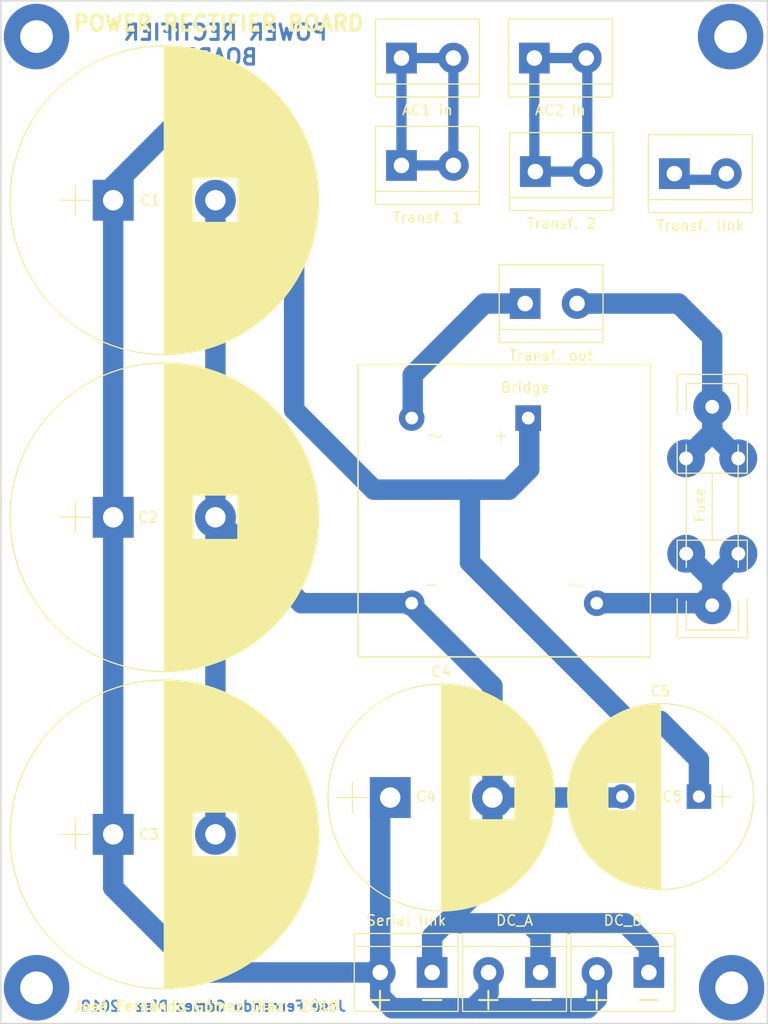
<source format=kicad_pcb>
(kicad_pcb (version 4) (host pcbnew 4.0.7)
  (layers (0 F.Cu signal) (31 B.Cu signal) (34 B.Paste user) (35 F.Paste user) (36 B.SilkS user) (37 F.SilkS user) (38 B.Mask user) (39 F.Mask user) (44 Edge.Cuts user))
  (net 0 "")
  (net 1 "Net-(C1-Pad1)")
  (net 2 "Net-(C1-Pad2)")
  (net 3 "Net-(D1-Pad4)")
  (net 4 "Net-(D1-Pad2)")
  (net 5 "Net-(F1-Pad2)")
  (net 6 "Net-(J1-Pad1)")
  (net 7 "Net-(J2-Pad1)")
  (net 8 "Net-(J5-Pad1)")
  (module Mounting_Holes:MountingHole_3.2mm_M3_Pad (layer F.Cu) (at 123.5 131.5)
    (fp_text reference REF** hide)
    (fp_text value MountingHole_3.2mm_M3_Pad hide)
    (pad 1 thru_hole circle (at 0 0) (size 6.4 6.4) (drill 3.2) (layers *.Cu *.Mask))
  )
  (module Mounting_Holes:MountingHole_3.2mm_M3_Pad (layer F.Cu) (at 191.5 131.5)
    (fp_text reference REF** hide)
    (fp_text value MountingHole_3.2mm_M3_Pad hide)
    (pad 1 thru_hole circle (at 0 0) (size 6.4 6.4) (drill 3.2) (layers *.Cu *.Mask))
  )
  (module Mounting_Holes:MountingHole_3.2mm_M3_Pad (layer F.Cu) (at 191.4 38.5)
    (fp_text reference " Ref**" hide)
    (fp_text value MountingHole_3.2mm_M3_Pad hide)
    (pad 1 thru_hole circle (at 0 0) (size 6.4 6.4) (drill 3.2) (layers *.Cu *.Mask))
  )
  (module Mounting_Holes:MountingHole_3.2mm_M3_Pad (layer F.Cu) (at 123.5 38.5)
    (fp_text reference REF** hide)
    (fp_text value MountingHole_3.2mm_M3_Pad hide)
    (pad 1 thru_hole circle (at 0 0) (size 6.4 6.4) (drill 3.2) (layers *.Cu *.Mask))
  )
  (module custom_bridges:bridge_kbpc_3506 (layer F.Cu) (at 178.3 93.9 180)
    (fp_text reference D1 hide)
    (fp_text value Bridge (at 7 21.1 180) (layer F.SilkS))
    (pad 4 thru_hole circle (at 0 0 180) (size 2.5 2.5) (drill 1.25) (layers *.Cu *.Mask) (net 3 "Net-(D1-Pad4)"))
    (pad 2 thru_hole circle (at 18.1 18.1 180) (size 2.5 2.5) (drill 1.25) (layers *.Cu *.Mask) (net 4 "Net-(D1-Pad2)"))
    (pad 1 thru_hole rect (at 6.7 18.1 180) (size 2.5 2.5) (drill 1.25) (layers *.Cu *.Mask) (net 1 "Net-(C1-Pad1)"))
    (pad 3 thru_hole circle (at 18.1 0 180) (size 2.5 2.5) (drill 1.25) (layers *.Cu *.Mask) (net 2 "Net-(C1-Pad2)"))
  )
  (module Capacitors_THT:CP_Radial_D30.0mm_P10.00mm_SnapIn (layer F.Cu) (at 131 54.5)
    (fp_text reference C1 hide)
    (fp_text value CP hide)
    (fp_text user %R (at 3.6 0) (layer F.SilkS))
    (pad 1 thru_hole rect (at 0 0) (size 4 4) (drill 2) (layers *.Cu *.Mask) (net 1 "Net-(C1-Pad1)"))
    (pad 2 thru_hole circle (at 10 0) (size 4 4) (drill 2) (layers *.Cu *.Mask) (net 2 "Net-(C1-Pad2)"))
  )
  (module Capacitors_THT:CP_Radial_D30.0mm_P10.00mm_SnapIn (layer F.Cu) (at 131 85.5)
    (fp_text reference C2 hide)
    (fp_text value CP hide)
    (fp_text user %R (at 3.4 0) (layer F.SilkS))
    (pad 1 thru_hole rect (at 0 0) (size 4 4) (drill 2) (layers *.Cu *.Mask) (net 1 "Net-(C1-Pad1)"))
    (pad 2 thru_hole circle (at 10 0) (size 4 4) (drill 2) (layers *.Cu *.Mask) (net 2 "Net-(C1-Pad2)"))
  )
  (module Capacitors_THT:CP_Radial_D30.0mm_P10.00mm_SnapIn (layer F.Cu) (at 131 116.5)
    (fp_text reference C3 hide)
    (fp_text value CP hide)
    (fp_text user %R (at 3.5 0) (layer F.SilkS))
    (pad 1 thru_hole rect (at 0 0) (size 4 4) (drill 2) (layers *.Cu *.Mask) (net 1 "Net-(C1-Pad1)"))
    (pad 2 thru_hole circle (at 10 0) (size 4 4) (drill 2) (layers *.Cu *.Mask) (net 2 "Net-(C1-Pad2)"))
  )
  (module Capacitors_THT:CP_Radial_D22.0mm_P10.00mm_SnapIn (layer F.Cu) (at 158.1 112.9)
    (fp_text reference C4 (at 5 -12.31) (layer F.SilkS))
    (fp_text value CP hide)
    (fp_text user %R (at 3.5 -0.1) (layer F.SilkS))
    (pad 1 thru_hole rect (at 0 0) (size 4 4) (drill 2) (layers *.Cu *.Mask) (net 1 "Net-(C1-Pad1)"))
    (pad 2 thru_hole circle (at 10 0) (size 4 4) (drill 2) (layers *.Cu *.Mask) (net 2 "Net-(C1-Pad2)"))
  )
  (module Capacitors_THT:CP_Radial_D18.0mm_P7.50mm (layer F.Cu) (at 188.3 112.8 180)
    (fp_text reference C5 (at 3.8 10.3 180) (layer F.SilkS))
    (fp_text value CP hide)
    (fp_text user %R (at 2.6 0 180) (layer F.SilkS))
    (pad 1 thru_hole rect (at 0 0 180) (size 2.4 2.4) (drill 1.2) (layers *.Cu *.Mask) (net 1 "Net-(C1-Pad1)"))
    (pad 2 thru_hole circle (at 7.5 0 180) (size 2.4 2.4) (drill 1.2) (layers *.Cu *.Mask) (net 2 "Net-(C1-Pad2)"))
  )
  (module TerminalBlock:TerminalBlock_bornier-2_P5.08mm (layer F.Cu) (at 159.2 40.6)
    (fp_text reference J1 hide)
    (fp_text value "AC1 in" (at 2.54 5.08) (layer F.SilkS))
    (pad 1 thru_hole rect (at 0 0) (size 3 3) (drill 1.52) (layers *.Cu *.Mask) (net 6 "Net-(J1-Pad1)"))
    (pad 2 thru_hole circle (at 5.08 0) (size 3 3) (drill 1.52) (layers *.Cu *.Mask) (net 6 "Net-(J1-Pad1)"))
  )
  (module TerminalBlock:TerminalBlock_bornier-2_P5.08mm (layer F.Cu) (at 172.2 40.6)
    (fp_text reference J2 hide)
    (fp_text value "AC2 in" (at 2.54 5.08) (layer F.SilkS))
    (pad 1 thru_hole rect (at 0 0) (size 3 3) (drill 1.52) (layers *.Cu *.Mask) (net 7 "Net-(J2-Pad1)"))
    (pad 2 thru_hole circle (at 5.08 0) (size 3 3) (drill 1.52) (layers *.Cu *.Mask) (net 7 "Net-(J2-Pad1)"))
  )
  (module TerminalBlock:TerminalBlock_bornier-2_P5.08mm (layer F.Cu) (at 159.2 51.1)
    (fp_text reference J3 hide)
    (fp_text value "Transf. 1" (at 2.54 5.08) (layer F.SilkS))
    (pad 1 thru_hole rect (at 0 0) (size 3 3) (drill 1.52) (layers *.Cu *.Mask) (net 6 "Net-(J1-Pad1)"))
    (pad 2 thru_hole circle (at 5.08 0) (size 3 3) (drill 1.52) (layers *.Cu *.Mask) (net 6 "Net-(J1-Pad1)"))
  )
  (module TerminalBlock:TerminalBlock_bornier-2_P5.08mm (layer F.Cu) (at 172.3 51.7)
    (fp_text reference J4 hide)
    (fp_text value "Transf. 2" (at 2.54 5.08) (layer F.SilkS))
    (pad 1 thru_hole rect (at 0 0) (size 3 3) (drill 1.52) (layers *.Cu *.Mask) (net 7 "Net-(J2-Pad1)"))
    (pad 2 thru_hole circle (at 5.08 0) (size 3 3) (drill 1.52) (layers *.Cu *.Mask) (net 7 "Net-(J2-Pad1)"))
  )
  (module TerminalBlock:TerminalBlock_bornier-2_P5.08mm (layer F.Cu) (at 185.9 51.9)
    (fp_text reference J5 hide)
    (fp_text value "Transf. link" (at 2.54 5.08) (layer F.SilkS))
    (pad 1 thru_hole rect (at 0 0) (size 3 3) (drill 1.52) (layers *.Cu *.Mask) (net 8 "Net-(J5-Pad1)"))
    (pad 2 thru_hole circle (at 5.08 0) (size 3 3) (drill 1.52) (layers *.Cu *.Mask) (net 8 "Net-(J5-Pad1)"))
  )
  (module TerminalBlock:TerminalBlock_bornier-2_P5.08mm (layer F.Cu) (at 171.3 64.6)
    (fp_text reference J6 hide)
    (fp_text value "Transf. out" (at 2.54 5.08) (layer F.SilkS))
    (pad 1 thru_hole rect (at 0 0) (size 3 3) (drill 1.52) (layers *.Cu *.Mask) (net 4 "Net-(D1-Pad2)"))
    (pad 2 thru_hole circle (at 5.08 0) (size 3 3) (drill 1.52) (layers *.Cu *.Mask) (net 5 "Net-(F1-Pad2)"))
  )
  (module TerminalBlock:TerminalBlock_bornier-2_P5.08mm (layer F.Cu) (at 162.2 130 180)
    (fp_text reference J7 hide)
    (fp_text value "Serial link" (at 2.54 5.08 180) (layer F.SilkS))
    (pad 1 thru_hole rect (at 0 0 180) (size 3 3) (drill 1.52) (layers *.Cu *.Mask) (net 2 "Net-(C1-Pad2)"))
    (pad 2 thru_hole circle (at 5.08 0 180) (size 3 3) (drill 1.52) (layers *.Cu *.Mask) (net 1 "Net-(C1-Pad1)"))
  )
  (module TerminalBlock:TerminalBlock_bornier-2_P5.08mm (layer F.Cu) (at 172.8 130 180)
    (fp_text reference J8 hide)
    (fp_text value DC_A (at 2.54 5.08 180) (layer F.SilkS))
    (pad 1 thru_hole rect (at 0 0 180) (size 3 3) (drill 1.52) (layers *.Cu *.Mask) (net 2 "Net-(C1-Pad2)"))
    (pad 2 thru_hole circle (at 5.08 0 180) (size 3 3) (drill 1.52) (layers *.Cu *.Mask) (net 1 "Net-(C1-Pad1)"))
  )
  (module TerminalBlock:TerminalBlock_bornier-2_P5.08mm (layer F.Cu) (at 183.4 130 180)
    (fp_text reference J9 hide)
    (fp_text value DC_B (at 2.54 5.08 180) (layer F.SilkS))
    (pad 1 thru_hole rect (at 0 0 180) (size 3 3) (drill 1.52) (layers *.Cu *.Mask) (net 2 "Net-(C1-Pad2)"))
    (pad 2 thru_hole circle (at 5.08 0 180) (size 3 3) (drill 1.52) (layers *.Cu *.Mask) (net 1 "Net-(C1-Pad1)"))
  )
  (module fuseholder:Fuseholder5x20_horiz_open_universal_RSP (layer F.Cu) (at 189.6 94.6 90)
    (fp_text reference F1 hide)
    (fp_text value Fuse (at 10.3 -1.2 90) (layer F.SilkS))
    (pad 2 thru_hole circle (at 19.9 0 90) (size 3.7 3.7) (drill 1.35) (layers *.Cu *.Mask) (net 5 "Net-(F1-Pad2)"))
    (pad 1 thru_hole circle (at 0.5 0 90) (size 3.7 3.7) (drill 1.35) (layers *.Cu *.Mask) (net 3 "Net-(D1-Pad4)"))
    (pad 2 thru_hole circle (at 14.86 -2.56 90) (size 3.7 3.7) (drill 1.35) (layers *.Cu *.Mask) (net 5 "Net-(F1-Pad2)"))
    (pad 2 thru_hole circle (at 14.86 2.55 90) (size 3.7 3.7) (drill 1.35) (layers *.Cu *.Mask) (net 5 "Net-(F1-Pad2)"))
    (pad 1 thru_hole circle (at 5.54 -2.54 90) (size 3.7 3.7) (drill 1.35) (layers *.Cu *.Mask) (net 3 "Net-(D1-Pad4)"))
    (pad 1 thru_hole circle (at 5.54 2.56 90) (size 3.7 3.7) (drill 1.35) (layers *.Cu *.Mask) (net 3 "Net-(D1-Pad4)"))
  )
  (gr_line (start 182.5 132.7) (end 184.3 132.7) (angle 90) (layer F.SilkS) (width 0.2))
  (gr_line (start 172 132.7) (end 173.8 132.7) (angle 90) (layer F.SilkS) (width 0.2))
  (gr_line (start 161.3 132.7) (end 163.1 132.7) (angle 90) (layer F.SilkS) (width 0.2))
  (gr_line (start 177.4 132.7) (end 179.2 132.7) (angle 90) (layer F.SilkS) (width 0.2))
  (gr_line (start 178.3 131.8) (end 178.3 133.6) (angle 90) (layer F.SilkS) (width 0.2))
  (gr_line (start 167.7 131.8) (end 167.7 133.6) (angle 90) (layer F.SilkS) (width 0.2))
  (gr_line (start 166.8 132.7) (end 168.6 132.7) (angle 90) (layer F.SilkS) (width 0.2))
  (gr_line (start 156.2 132.7) (end 158 132.7) (angle 90) (layer F.SilkS) (width 0.2))
  (gr_line (start 157.1 131.8) (end 157.1 133.6) (angle 90) (layer F.SilkS) (width 0.2))
  (gr_text "POWER RECTIFIER \nBOARD" (at 141.4 39.3) (layer B.Cu) (effects (font (size 1.5 1.5) (thickness 0.3)) (justify mirror)))
  (gr_text "José Fernando Gómez Díaz  2018" (at 140.8 133.3) (layer B.Cu) (effects (font (size 1 1) (thickness 0.2)) (justify mirror)))
  (gr_text "José Fernando Gómez Díaz  2018" (at 140.1 133.3) (layer F.SilkS) (effects (font (size 1 1) (thickness 0.2))))
  (gr_text "POWER RECTIFIER BOARD" (at 141.3 37.2) (layer F.SilkS) (effects (font (size 1.5 1.5) (thickness 0.3))))
  (gr_line (start 195 35) (end 120 35) (angle 90) (layer Edge.Cuts) (width 0.15))
  (gr_line (start 195 135) (end 195 35) (angle 90) (layer Edge.Cuts) (width 0.15))
  (gr_line (start 120 35) (end 120 135) (angle 90) (layer Edge.Cuts) (width 0.15))
  (gr_line (start 120 135) (end 195 135) (angle 90) (layer Edge.Cuts) (width 0.15))
  (segment (start 167.72 130) (end 167.72 131.98) (width 2) (layer B.Cu) (net 1))
  (segment (start 167.72 131.98) (end 166.2 133.5) (width 2) (layer B.Cu) (net 1))
  (segment (start 167.9 130.18) (end 167.72 130) (width 2) (layer B.Cu) (net 1))
  (segment (start 157.12 130) (end 157.12 132.32) (width 2) (layer B.Cu) (net 1))
  (segment (start 157.12 132.32) (end 158.3 133.5) (width 2) (layer B.Cu) (net 1))
  (segment (start 158.3 133.5) (end 166.2 133.5) (width 2) (layer B.Cu) (net 1))
  (segment (start 178.32 132.58) (end 178.32 130) (width 2) (layer B.Cu) (net 1))
  (segment (start 167.9 133.5) (end 177.4 133.5) (width 2) (layer B.Cu) (net 1))
  (segment (start 166.2 133.5) (end 167.9 133.5) (width 2) (layer B.Cu) (net 1))
  (segment (start 177.4 133.5) (end 178.32 132.58) (width 2) (layer B.Cu) (net 1))
  (segment (start 157.12 130) (end 157.12 113.88) (width 2) (layer B.Cu) (net 1))
  (segment (start 157.12 113.88) (end 158.1 112.9) (width 2) (layer B.Cu) (net 1))
  (segment (start 131 116.5) (end 131 85.5) (width 2) (layer B.Cu) (net 1))
  (segment (start 157.12 130) (end 139.3 130) (width 2) (layer B.Cu) (net 1))
  (segment (start 131 121.7) (end 131 116.5) (width 2) (layer B.Cu) (net 1))
  (segment (start 139.3 130) (end 131 121.7) (width 2) (layer B.Cu) (net 1))
  (segment (start 165.9 82.8) (end 165.9 89.9) (width 2) (layer B.Cu) (net 1))
  (segment (start 188.3 109.2) (end 188.3 112.8) (width 2) (layer B.Cu) (net 1))
  (segment (start 184.5 105.4) (end 188.3 109.2) (width 2) (layer B.Cu) (net 1))
  (segment (start 181.4 105.4) (end 184.5 105.4) (width 2) (layer B.Cu) (net 1))
  (segment (start 165.9 89.9) (end 181.4 105.4) (width 2) (layer B.Cu) (net 1))
  (segment (start 131 54.5) (end 131 53.1) (width 2) (layer B.Cu) (net 1))
  (segment (start 171.7 80.8) (end 171.7 75.8) (width 2) (layer B.Cu) (net 1))
  (segment (start 169.7 82.8) (end 171.7 80.8) (width 2) (layer B.Cu) (net 1))
  (segment (start 156.5 82.8) (end 165.9 82.8) (width 2) (layer B.Cu) (net 1))
  (segment (start 165.9 82.8) (end 169.7 82.8) (width 2) (layer B.Cu) (net 1))
  (segment (start 148.7 75) (end 156.5 82.8) (width 2) (layer B.Cu) (net 1))
  (segment (start 148.7 52.7) (end 148.7 75) (width 2) (layer B.Cu) (net 1))
  (segment (start 143.4 47.4) (end 148.7 52.7) (width 2) (layer B.Cu) (net 1))
  (segment (start 136.7 47.4) (end 143.4 47.4) (width 2) (layer B.Cu) (net 1))
  (segment (start 131 53.1) (end 136.7 47.4) (width 2) (layer B.Cu) (net 1))
  (segment (start 158.1 112.9) (end 158.1 113.8) (width 2) (layer B.Cu) (net 1))
  (segment (start 131 54.5) (end 131 85.5) (width 2) (layer B.Cu) (net 1))
  (segment (start 168.1 112.9) (end 168.1 120.6) (width 2) (layer B.Cu) (net 2))
  (segment (start 168.1 120.6) (end 162.2 126.5) (width 2) (layer B.Cu) (net 2))
  (segment (start 171.7 125.2) (end 181.1 125.2) (width 2) (layer B.Cu) (net 2))
  (segment (start 183.4 127.5) (end 183.4 130) (width 2) (layer B.Cu) (net 2))
  (segment (start 181.1 125.2) (end 183.4 127.5) (width 2) (layer B.Cu) (net 2))
  (segment (start 162.2 130) (end 162.2 126.5) (width 2) (layer B.Cu) (net 2))
  (segment (start 172.8 126.3) (end 172.8 130) (width 2) (layer B.Cu) (net 2))
  (segment (start 171.7 125.2) (end 172.8 126.3) (width 2) (layer B.Cu) (net 2))
  (segment (start 163.5 125.2) (end 171.7 125.2) (width 2) (layer B.Cu) (net 2))
  (segment (start 162.2 126.5) (end 163.5 125.2) (width 2) (layer B.Cu) (net 2))
  (segment (start 160.3 93.9) (end 149.4 93.9) (width 2) (layer B.Cu) (net 2))
  (segment (start 149.4 93.9) (end 141 85.5) (width 2) (layer B.Cu) (net 2))
  (segment (start 160.3 93.9) (end 160 93.9) (width 2) (layer B.Cu) (net 2))
  (segment (start 168.1 102) (end 168.1 112.9) (width 2) (layer B.Cu) (net 2))
  (segment (start 160 93.9) (end 168.1 102) (width 2) (layer B.Cu) (net 2))
  (segment (start 141 85.5) (end 141 116.5) (width 2) (layer B.Cu) (net 2))
  (segment (start 141 54.5) (end 141 85.5) (width 2) (layer B.Cu) (net 2))
  (segment (start 168.1 112.9) (end 180.7 112.9) (width 2) (layer B.Cu) (net 2))
  (segment (start 180.7 112.9) (end 180.8 112.8) (width 2) (layer B.Cu) (net 2))
  (segment (start 178.4 93.9) (end 189.4 93.9) (width 2) (layer B.Cu) (net 3))
  (segment (start 189.4 93.9) (end 189.6 94.1) (width 2) (layer B.Cu) (net 3))
  (segment (start 189.6 94.1) (end 189.6 91.62) (width 2) (layer B.Cu) (net 3))
  (segment (start 189.6 91.62) (end 192.16 89.06) (width 2) (layer B.Cu) (net 3))
  (segment (start 189.6 94.1) (end 189.6 91.6) (width 2) (layer B.Cu) (net 3))
  (segment (start 189.6 91.6) (end 187.06 89.06) (width 2) (layer B.Cu) (net 3))
  (segment (start 171.3 64.6) (end 167.3 64.6) (width 2) (layer B.Cu) (net 4))
  (segment (start 160.3 71.6) (end 160.3 75.8) (width 2) (layer B.Cu) (net 4))
  (segment (start 167.3 64.6) (end 160.3 71.6) (width 2) (layer B.Cu) (net 4))
  (segment (start 189.6 74.7) (end 189.6 77.19) (width 2) (layer B.Cu) (net 5))
  (segment (start 189.6 77.19) (end 192.15 79.74) (width 2) (layer B.Cu) (net 5))
  (segment (start 189.6 74.7) (end 189.6 77.18) (width 2) (layer B.Cu) (net 5))
  (segment (start 189.6 77.18) (end 187.04 79.74) (width 2) (layer B.Cu) (net 5))
  (segment (start 176.38 64.6) (end 186.3 64.6) (width 2) (layer B.Cu) (net 5))
  (segment (start 189.6 67.9) (end 189.6 74.7) (width 2) (layer B.Cu) (net 5))
  (segment (start 186.3 64.6) (end 189.6 67.9) (width 2) (layer B.Cu) (net 5))
  (segment (start 164.28 51.1) (end 164.28 40.6) (width 1) (layer B.Cu) (net 6))
  (segment (start 159.2 40.6) (end 159.2 51.1) (width 1) (layer B.Cu) (net 6))
  (segment (start 159.2 51.1) (end 164.28 51.1) (width 1) (layer B.Cu) (net 6))
  (segment (start 164.28 40.6) (end 159.2 40.6) (width 1) (layer B.Cu) (net 6))
  (segment (start 177.28 40.6) (end 172.2 40.6) (width 1) (layer B.Cu) (net 7))
  (segment (start 177.38 51.7) (end 177.38 40.7) (width 1) (layer B.Cu) (net 7))
  (segment (start 177.38 40.7) (end 177.28 40.6) (width 1) (layer B.Cu) (net 7))
  (segment (start 172.3 51.7) (end 177.38 51.7) (width 1) (layer B.Cu) (net 7))
  (segment (start 172.2 40.6) (end 172.2 51.6) (width 1) (layer B.Cu) (net 7))
  (segment (start 172.2 51.6) (end 172.3 51.7) (width 1) (layer B.Cu) (net 7))
  (segment (start 184.9 52.5) (end 189.98 52.5) (width 1) (layer B.Cu) (net 8))
)
</source>
